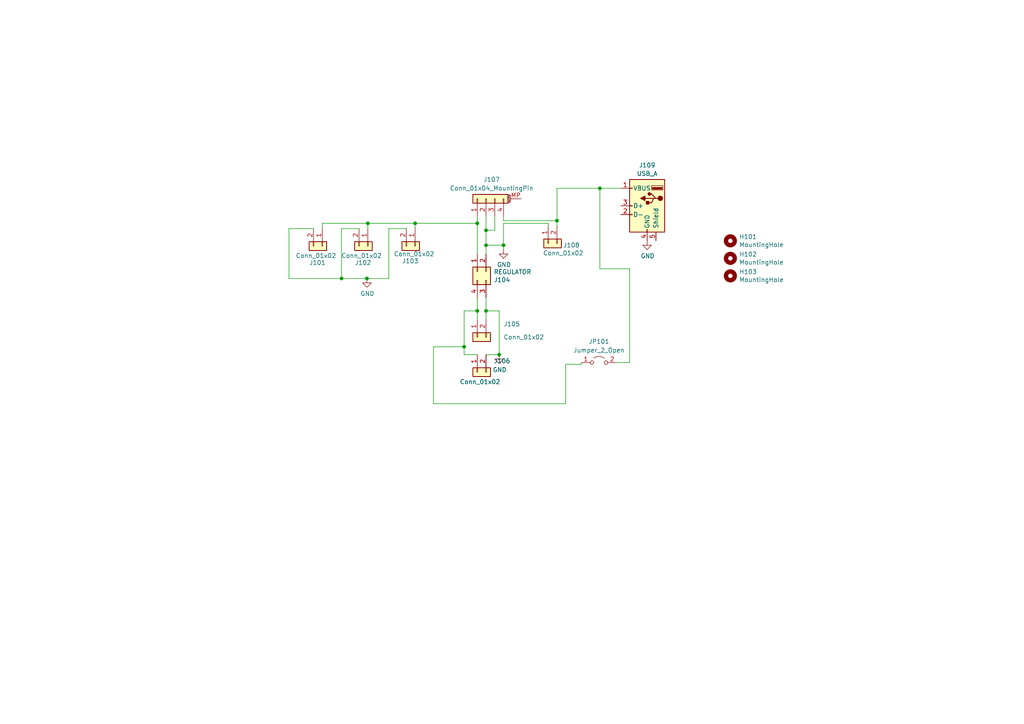
<source format=kicad_sch>
(kicad_sch (version 20230121) (generator eeschema)
  (paper "A4")
  (lib_symbols
    (symbol "Connector:USB_A" (pin_names (offset 1.016))
      (property "Reference" "J" (at -5.08 11.43 0))
      (property "Value" "USB_A" (at -5.08 8.89 0))
      (symbol "USB_A_0_1"
        (rectangle (start -5.08 -7.62) (end 5.08 7.62) (stroke (width 0.254)) (fill (type background)))
        (circle (center -3.81 2.159) (radius 0.635) (stroke (width 0.254)) (fill (type outline)))
        (rectangle (start -1.524 4.826) (end -4.318 5.334) (fill (type outline)))
        (rectangle (start -1.27 4.572) (end -4.572 5.842))
        (circle (center -0.635 3.429) (radius 0.381) (stroke (width 0.254)) (fill (type outline)))
        (rectangle (start -0.127 -7.62) (end 0.127 -6.858))
        (polyline (pts (xy -3.175 2.159) (xy -2.54 2.159) (xy -1.27 3.429) (xy -0.635 3.429)) (stroke (width 0.254)))
        (polyline (pts (xy -2.54 2.159) (xy -1.905 2.159) (xy -1.27 0.889) (xy 0 0.889)) (stroke (width 0.254)))
        (polyline (pts (xy 0.635 2.794) (xy 0.635 1.524) (xy 1.905 2.159) (xy 0.635 2.794)) (stroke (width 0.254)) (fill (type outline)))
        (rectangle (start 0.254 1.27) (end -0.508 0.508) (stroke (width 0.254)) (fill (type outline)))
        (rectangle (start 5.08 -2.667) (end 4.318 -2.413))
        (rectangle (start 5.08 -0.127) (end 4.318 0.127))
        (rectangle (start 5.08 4.953) (end 4.318 5.207))
      )
      (symbol "USB_A_1_1"
        (polyline (pts (xy -1.905 2.159) (xy 0.635 2.159)) (stroke (width 0.254)))
        (pin power_in line (at 7.62 5.08 180) (length 2.54) (name "VBUS") (number "1"))
        (pin bidirectional line (at 7.62 -2.54 180) (length 2.54) (name "D-") (number "2"))
        (pin bidirectional line (at 7.62 0 180) (length 2.54) (name "D+") (number "3"))
        (pin power_in line (at 0 -10.16 90) (length 2.54) (name "GND") (number "4"))
        (pin passive line (at -2.54 -10.16 90) (length 2.54) (name "Shield") (number "5"))
      )
    )
    (symbol "Connector_Generic:Conn_01x02" (pin_names (offset 1.016) hide)
      (property "Reference" "J" (at 0 2.54 0))
      (property "Value" "Conn_01x02" (at 0 -5.08 0))
      (symbol "Conn_01x02_1_1"
        (rectangle (start -1.27 -2.413) (end 0 -2.667) (stroke (width 0.1524)))
        (rectangle (start -1.27 0.127) (end 0 -0.127) (stroke (width 0.1524)))
        (rectangle (start -1.27 1.27) (end 1.27 -3.81) (stroke (width 0.254)) (fill (type background)))
        (pin passive line (at -5.08 0 0) (length 3.81) (name "Pin_1") (number "1"))
        (pin passive line (at -5.08 -2.54 0) (length 3.81) (name "Pin_2") (number "2"))
      )
    )
    (symbol "Connector_Generic:Conn_02x02_Counter_Clockwise" (pin_names (offset 1.016) hide)
      (property "Reference" "J" (at 1.27 2.54 0))
      (property "Value" "Conn_02x02_Counter_Clockwise" (at 1.27 -5.08 0))
      (symbol "Conn_02x02_Counter_Clockwise_1_1"
        (rectangle (start -1.27 -2.413) (end 0 -2.667) (stroke (width 0.1524)))
        (rectangle (start -1.27 0.127) (end 0 -0.127) (stroke (width 0.1524)))
        (rectangle (start -1.27 1.27) (end 3.81 -3.81) (stroke (width 0.254)) (fill (type background)))
        (rectangle (start 3.81 -2.413) (end 2.54 -2.667) (stroke (width 0.1524)))
        (rectangle (start 3.81 0.127) (end 2.54 -0.127) (stroke (width 0.1524)))
        (pin passive line (at -5.08 0 0) (length 3.81) (name "Pin_1") (number "1"))
        (pin passive line (at -5.08 -2.54 0) (length 3.81) (name "Pin_2") (number "2"))
        (pin passive line (at 7.62 -2.54 180) (length 3.81) (name "Pin_3") (number "3"))
        (pin passive line (at 7.62 0 180) (length 3.81) (name "Pin_4") (number "4"))
      )
    )
    (symbol "Connector_Generic_MountingPin:Conn_01x04_MountingPin" (pin_names (offset 1.016) hide)
      (property "Reference" "J" (at 0 5.08 0))
      (property "Value" "Conn_01x04_MountingPin" (at 1.27 -7.62 0))
      (symbol "Conn_01x04_MountingPin_1_1"
        (rectangle (start -1.27 -4.953) (end 0 -5.207) (stroke (width 0.1524)))
        (rectangle (start -1.27 -2.413) (end 0 -2.667) (stroke (width 0.1524)))
        (rectangle (start -1.27 0.127) (end 0 -0.127) (stroke (width 0.1524)))
        (rectangle (start -1.27 2.667) (end 0 2.413) (stroke (width 0.1524)))
        (rectangle (start -1.27 3.81) (end 1.27 -6.35) (stroke (width 0.254)) (fill (type background)))
        (polyline (pts (xy -1.016 -7.112) (xy 1.016 -7.112)) (stroke (width 0.1524)))
        (text "Mounting" (at 0 -6.731 0) (effects (font (size 0.381 0.381))))
        (pin passive line (at -5.08 2.54 0) (length 3.81) (name "Pin_1") (number "1"))
        (pin passive line (at -5.08 0 0) (length 3.81) (name "Pin_2") (number "2"))
        (pin passive line (at -5.08 -2.54 0) (length 3.81) (name "Pin_3") (number "3"))
        (pin passive line (at -5.08 -5.08 0) (length 3.81) (name "Pin_4") (number "4"))
        (pin passive line (at 0 -10.16 90) (length 3.048) (name "MountPin") (number "MP"))
      )
    )
    (symbol "Jumper:Jumper_2_Open" (pin_names (offset 0) hide)
      (property "Reference" "JP" (at 0 2.794 0))
      (property "Value" "Jumper_2_Open" (at 0 -2.286 0))
      (symbol "Jumper_2_Open_0_0"
        (circle (center -2.032 0) (radius 0.508))
        (circle (center 2.032 0) (radius 0.508))
      )
      (symbol "Jumper_2_Open_0_1"
        (arc (start 1.524 1.27) (mid 0 1.778) (end -1.524 1.27))
      )
      (symbol "Jumper_2_Open_1_1"
        (pin passive line (at -5.08 0 0) (length 2.54) (name "A") (number "1"))
        (pin passive line (at 5.08 0 180) (length 2.54) (name "B") (number "2"))
      )
    )
    (symbol "Mechanical:MountingHole" (pin_names (offset 1.016))
      (property "Reference" "H" (at 0 5.08 0))
      (property "Value" "MountingHole" (at 0 3.175 0))
      (symbol "MountingHole_0_1"
        (circle (center 0 0) (radius 1.27) (stroke (width 1.27)))
      )
    )
    (symbol "power:GND" (power) (pin_names (offset 0))
      (property "Value" "GND" (at 0 -3.81 0))
      (symbol "GND_0_1"
        (polyline (pts (xy 0 0) (xy 0 -1.27) (xy 1.27 -1.27) (xy 0 -2.54) (xy -1.27 -1.27) (xy 0 -1.27)))
      )
      (symbol "GND_1_1"
        (pin power_in line (at 0 0 270) (length 0) hide (name "GND") (number "1"))
      )
    )
  )
  (junction (at 138.43 90.17))
  (junction (at 134.62 100.584))
  (junction (at 99.06 80.772))
  (junction (at 140.97 90.17))
  (junction (at 144.78 102.87))
  (junction (at 140.97 71.12))
  (junction (at 140.97 66.802))
  (junction (at 138.43 64.77))
  (junction (at 120.396 64.77))
  (junction (at 106.68 64.77))
  (junction (at 161.544 64.008))
  (junction (at 146.05 71.12))
  (junction (at 106.426 80.772))
  (junction (at 173.99 54.61))
  (wire (pts (xy 138.43 62.738) (xy 138.43 64.77)))
  (wire (pts (xy 125.73 117.094) (xy 164.084 117.094)))
  (wire (pts (xy 83.82 80.772) (xy 83.82 66.294)))
  (wire (pts (xy 161.544 54.61) (xy 173.99 54.61)))
  (wire (pts (xy 140.97 66.802) (xy 140.97 71.12)))
  (wire (pts (xy 125.73 100.584) (xy 125.73 117.094)))
  (wire (pts (xy 140.97 71.12) (xy 146.05 71.12)))
  (wire (pts (xy 134.62 102.87) (xy 138.43 102.87)))
  (wire (pts (xy 161.544 64.008) (xy 161.544 65.532)))
  (wire (pts (xy 143.51 66.802) (xy 143.51 62.738)))
  (wire (pts (xy 112.776 80.772) (xy 106.426 80.772)))
  (wire (pts (xy 134.62 100.584) (xy 125.73 100.584)))
  (wire (pts (xy 106.68 64.77) (xy 120.396 64.77)))
  (wire (pts (xy 168.656 105.664) (xy 168.656 105.156)))
  (wire (pts (xy 161.544 64.008) (xy 161.544 54.61)))
  (wire (pts (xy 134.62 100.584) (xy 134.62 102.87)))
  (wire (pts (xy 182.626 77.978) (xy 173.99 77.978)))
  (wire (pts (xy 106.68 66.294) (xy 106.68 64.77)))
  (wire (pts (xy 146.05 64.008) (xy 161.544 64.008)))
  (wire (pts (xy 140.97 86.36) (xy 140.97 90.17)))
  (wire (pts (xy 146.05 71.12) (xy 146.05 72.39)))
  (wire (pts (xy 173.99 77.978) (xy 173.99 54.61)))
  (wire (pts (xy 99.06 80.772) (xy 99.06 66.294)))
  (wire (pts (xy 138.43 90.17) (xy 134.62 90.17)))
  (wire (pts (xy 159.004 64.77) (xy 146.05 64.77)))
  (wire (pts (xy 140.97 66.802) (xy 143.51 66.802)))
  (wire (pts (xy 120.396 64.77) (xy 138.43 64.77)))
  (wire (pts (xy 164.084 117.094) (xy 164.084 105.664)))
  (wire (pts (xy 164.084 105.664) (xy 168.656 105.664)))
  (wire (pts (xy 99.06 80.772) (xy 83.82 80.772)))
  (wire (pts (xy 140.97 102.87) (xy 144.78 102.87)))
  (wire (pts (xy 140.97 73.66) (xy 140.97 71.12)))
  (wire (pts (xy 138.43 64.77) (xy 138.43 73.66)))
  (wire (pts (xy 106.68 64.77) (xy 93.472 64.77)))
  (wire (pts (xy 138.43 86.36) (xy 138.43 90.17)))
  (wire (pts (xy 106.426 80.772) (xy 99.06 80.772)))
  (wire (pts (xy 120.396 66.294) (xy 120.396 64.77)))
  (wire (pts (xy 144.78 102.87) (xy 144.78 90.17)))
  (wire (pts (xy 93.472 64.77) (xy 93.472 66.294)))
  (wire (pts (xy 117.856 66.294) (xy 112.776 66.294)))
  (wire (pts (xy 138.43 90.17) (xy 138.43 92.71)))
  (wire (pts (xy 146.05 62.738) (xy 146.05 64.008)))
  (wire (pts (xy 83.82 66.294) (xy 90.932 66.294)))
  (wire (pts (xy 112.776 66.294) (xy 112.776 80.772)))
  (wire (pts (xy 140.97 62.738) (xy 140.97 66.802)))
  (wire (pts (xy 99.06 66.294) (xy 104.14 66.294)))
  (wire (pts (xy 144.78 90.17) (xy 140.97 90.17)))
  (wire (pts (xy 173.99 54.61) (xy 180.086 54.61)))
  (wire (pts (xy 182.626 105.156) (xy 182.626 77.978)))
  (wire (pts (xy 159.004 65.532) (xy 159.004 64.77)))
  (wire (pts (xy 140.97 92.71) (xy 140.97 90.17)))
  (wire (pts (xy 146.05 64.77) (xy 146.05 71.12)))
  (wire (pts (xy 134.62 90.17) (xy 134.62 100.584)))
  (wire (pts (xy 178.816 105.156) (xy 182.626 105.156)))
  (symbol (lib_id "Connector_Generic:Conn_02x02_Counter_Clockwise") (at 138.43 78.74 90) (mirror x) (unit 1)
    (property "Reference" "J104" (at 143.2052 81.1784 90) (effects (justify right)))
    (property "Value" "REGULATOR" (at 143.2052 78.867 90) (effects (justify right)))
    (property "Footprint" "EvezorLIB:LM2596_DC-DC" (effects hide))
  )
  (symbol (lib_id "Connector_Generic:Conn_01x02") (at 138.43 97.79 90) (mirror x) (unit 1)
    (property "Reference" "J105" (at 146.05 93.98 90) (effects (justify right)))
    (property "Value" "Conn_01x02" (at 146.05 97.79 90) (effects (justify right)))
    (property "Footprint" "Connector_Molex:Molex_KK-254_AE-6410-02A_1x02_P2.54mm_Vertical" (effects hide))
  )
  (symbol (lib_id "Connector_Generic:Conn_01x02") (at 138.43 107.95 90) (mirror x) (unit 1)
    (property "Reference" "J106" (at 143.2052 104.6988 90) (effects (justify right)))
    (property "Value" "Conn_01x02" (at 133.35 110.744 90) (effects (justify right)))
    (property "Footprint" "Connector_Molex:Molex_KK-254_AE-6410-02A_1x02_P2.54mm_Vertical" (effects hide))
  )
  (symbol (lib_id "Mechanical:MountingHole") (at 211.836 80.01 0) (unit 1)
    (property "Reference" "H103" (at 214.376 78.8416 0) (effects (justify left)))
    (property "Value" "MountingHole" (at 214.376 81.153 0) (effects (justify left)))
    (property "Footprint" "MountingHole:MountingHole_3.2mm_M3_Pad" (effects hide))
  )
  (symbol (lib_id "Mechanical:MountingHole") (at 211.836 74.93 0) (unit 1)
    (property "Reference" "H102" (at 214.376 73.7616 0) (effects (justify left)))
    (property "Value" "MountingHole" (at 214.376 76.073 0) (effects (justify left)))
    (property "Footprint" "MountingHole:MountingHole_3.2mm_M3_Pad" (effects hide))
  )
  (symbol (lib_id "Mechanical:MountingHole") (at 211.836 69.85 0) (unit 1)
    (property "Reference" "H101" (at 214.376 68.6816 0) (effects (justify left)))
    (property "Value" "MountingHole" (at 214.376 70.993 0) (effects (justify left)))
    (property "Footprint" "MountingHole:MountingHole_3.2mm_M3_Pad" (effects hide))
  )
  (symbol (lib_id "power:GND") (at 144.78 102.87 0) (unit 1)
    (property "Reference" "#PWR0102" (effects hide))
    (property "Value" "GND" (at 144.907 107.2642 0))
  )
  (symbol (lib_id "power:GND") (at 146.05 72.39 0) (unit 1)
    (property "Reference" "#PWR0103" (effects hide))
    (property "Value" "GND" (at 146.177 76.7842 0))
  )
  (symbol (lib_id "power:GND") (at 187.706 69.85 0) (unit 1)
    (property "Reference" "#PWR0104" (effects hide))
    (property "Value" "GND" (at 187.833 74.2442 0))
  )
  (symbol (lib_id "Connector_Generic:Conn_01x02") (at 93.472 71.374 270) (unit 1)
    (property "Reference" "J101" (at 94.488 76.2 90) (effects (justify right)))
    (property "Value" "Conn_01x02" (at 97.536 74.168 90) (effects (justify right)))
    (property "Footprint" "Connector_Phoenix_MC:PhoenixContact_MC_1,5_2-G-3.81_1x02_P3.81mm_Horizontal" (effects hide))
  )
  (symbol (lib_id "Connector_Generic_MountingPin:Conn_01x04_MountingPin") (at 140.97 57.658 90) (unit 1)
    (property "Reference" "J107" (at 142.5956 52.07 90))
    (property "Value" "Conn_01x04_MountingPin" (at 142.5956 54.61 90))
    (property "Footprint" "Connector_Molex:Molex_HDD_POWER_CONN" (effects hide))
  )
  (symbol (lib_id "Connector_Generic:Conn_01x02") (at 159.004 70.612 90) (mirror x) (unit 1)
    (property "Reference" "J108" (at 163.322 71.12 90) (effects (justify right)))
    (property "Value" "Conn_01x02" (at 157.48 73.406 90) (effects (justify right)))
    (property "Footprint" "Connector_Molex:Molex_KK-254_AE-6410-02A_1x02_P2.54mm_Vertical" (effects hide))
  )
  (symbol (lib_id "Connector:USB_A") (at 187.706 59.69 0) (mirror y) (unit 1)
    (property "Reference" "J109" (at 187.706 47.9257 0))
    (property "Value" "USB_A" (at 187.706 50.3499 0))
    (property "Footprint" "Connector_USB:USB_A_CONNFLY_DS1095-WNR0" (effects hide))
    (property "Datasheet" " ~" (effects hide))
  )
  (symbol (lib_id "Connector_Generic:Conn_01x02") (at 106.68 71.374 270) (unit 1)
    (property "Reference" "J102" (at 107.696 76.2 90) (effects (justify right)))
    (property "Value" "Conn_01x02" (at 110.744 74.168 90) (effects (justify right)))
    (property "Footprint" "Connector_JST:JST_XH_S2B-XH-A_1x02_P2.50mm_Horizontal" (effects hide))
  )
  (symbol (lib_id "Connector_Generic:Conn_01x02") (at 120.396 71.374 270) (unit 1)
    (property "Reference" "J103" (at 121.412 75.692 90) (effects (justify right)))
    (property "Value" "Conn_01x02" (at 125.984 73.66 90) (effects (justify right)))
    (property "Footprint" "Connector_JST:JST_XH_S2B-XH-A_1x02_P2.50mm_Horizontal" (effects hide))
  )
  (symbol (lib_id "Jumper:Jumper_2_Open") (at 173.736 105.156 0) (unit 1)
    (property "Reference" "JP101" (at 173.736 99.06 0))
    (property "Value" "Jumper_2_Open" (at 173.736 101.6 0))
    (property "Footprint" "Jumper:SolderJumper-2_P1.3mm_Open_RoundedPad1.0x1.5mm" (effects hide))
  )
  (symbol (lib_id "power:GND") (at 106.426 80.772 0) (unit 1)
    (property "Reference" "#PWR0101" (effects hide))
    (property "Value" "GND" (at 106.553 85.1662 0))
  )
)
</source>
